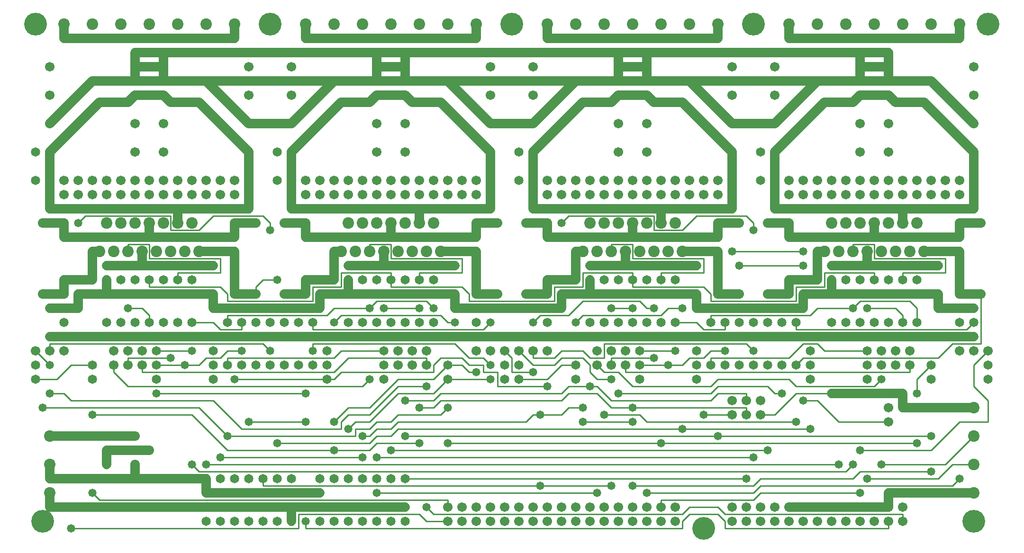
<source format=gbl>
%MOIN*%
%FSLAX25Y25*%
G04 D10 used for Character Trace; *
G04     Circle (OD=.01000) (No hole)*
G04 D11 used for Power Trace; *
G04     Circle (OD=.06700) (No hole)*
G04 D12 used for Signal Trace; *
G04     Circle (OD=.01100) (No hole)*
G04 D13 used for Via; *
G04     Circle (OD=.05800) (Round. Hole ID=.02800)*
G04 D14 used for Component hole; *
G04     Circle (OD=.06500) (Round. Hole ID=.03500)*
G04 D15 used for Component hole; *
G04     Circle (OD=.06700) (Round. Hole ID=.04300)*
G04 D16 used for Component hole; *
G04     Circle (OD=.08100) (Round. Hole ID=.05100)*
G04 D17 used for Component hole; *
G04     Circle (OD=.08900) (Round. Hole ID=.05900)*
G04 D18 used for Component hole; *
G04     Circle (OD=.11300) (Round. Hole ID=.08300)*
G04 D19 used for Component hole; *
G04     Circle (OD=.16000) (Round. Hole ID=.13000)*
G04 D20 used for Component hole; *
G04     Circle (OD=.18300) (Round. Hole ID=.15300)*
G04 D21 used for Component hole; *
G04     Circle (OD=.22291) (Round. Hole ID=.19291)*
%ADD10C,.01000*%
%ADD11C,.06700*%
%ADD12C,.01100*%
%ADD13C,.05800*%
%ADD14C,.06500*%
%ADD15C,.06700*%
%ADD16C,.08100*%
%ADD17C,.08900*%
%ADD18C,.11300*%
%ADD19C,.16000*%
%ADD20C,.18300*%
%ADD21C,.22291*%
%IPPOS*%
%LPD*%
G90*X0Y0D02*D19*X15000Y20000D03*D11*              
X20000Y30000D02*X40000D01*D13*D03*D11*X60000D01*  
D13*D03*D11*X90000D01*D15*D03*D11*X190000D01*     
Y20000D01*D14*D03*D12*X35000Y15000D02*X195000D01* 
D13*X35000D03*D11*X20000Y30000D02*Y40000D01*D16*  
D03*D11*Y50000D02*X80000D01*X90000D01*D15*D03*D11*
X130000D01*D14*D03*D11*Y40000D01*X210000D01*D13*  
D03*D14*X220000Y50000D03*X210000D03*D12*          
X195000Y15000D02*Y25000D01*D13*X200000Y20000D03*  
D12*Y15000D01*X465000D01*Y20000D01*               
X470000Y25000D01*X490000D01*X495000Y20000D01*     
Y15000D01*X610000D01*Y20000D01*D15*D03*           
X620000Y30000D03*X600000D03*D11*X590000D01*D15*   
D03*D11*X580000D01*D15*D03*D11*X570000D01*D15*D03*
D11*X560000D01*D15*D03*D11*X550000D01*D15*D03*D11*
X540000D01*D15*D03*X550000Y20000D03*X530000D03*   
Y30000D03*X540000Y20000D03*D12*X515000Y45000D02*  
X520000Y50000D01*X430000Y45000D02*X515000D01*D13* 
X430000D03*X440000Y40000D03*D12*X515000D01*       
X520000Y45000D01*X655000D01*X660000Y50000D01*D13* 
D03*D16*X670000Y40000D03*D11*X650000D01*D13*D03*  
D11*X610000D01*Y30000D01*D15*D03*D11*X600000D01*  
D13*X590000Y40000D03*D12*X520000D01*              
X515000Y35000D01*X450000D01*Y30000D01*D15*D03*    
X460000Y20000D03*X440000D03*X460000Y30000D03*     
X440000D03*X450000Y20000D03*D12*X290000Y25000D02* 
X465000D01*X290000D02*X285000Y30000D01*D13*D03*   
D12*Y20000D02*X280000Y25000D01*X285000Y20000D02*  
X300000D01*D15*D03*X310000Y30000D03*Y20000D03*    
X300000Y30000D03*D12*Y35000D01*X55000D01*         
X50000Y40000D01*D13*D03*D14*X60000Y60000D03*D11*  
Y70000D01*X90000D01*D15*D03*X80000Y80000D03*D11*  
X60000D01*D14*D03*D11*X20000D01*D16*D03*Y60000D03*
D11*Y50000D01*D13*X50000Y95000D03*D12*X120000D01* 
X145000Y70000D01*X220000D01*D13*D03*D12*          
X245000D01*X250000Y75000D01*X280000D01*D13*D03*   
X270000Y80000D03*D12*X490000D01*D13*D03*D12*      
X640000D01*D13*D03*D12*X590000Y70000D02*          
X640000D01*D13*X590000D03*X585000Y60000D03*D12*   
X580000Y55000D01*X125000D01*X120000Y60000D01*D13* 
D03*X130000D03*D12*X575000D01*D13*D03*D12*        
X520000Y50000D02*X585000D01*D13*X510000D03*D12*   
X270000D01*D14*D03*X260000D03*D13*                
X250000Y65000D03*D12*X515000D01*D13*D03*          
X525000Y70000D03*D12*X260000D01*D13*D03*D12*      
X245000Y75000D02*X250000Y80000D01*                
X180000Y75000D02*X245000D01*D13*X180000D03*       
X160000Y90000D03*D12*X200000D01*D13*D03*          
X220000D03*D12*X230000Y100000D01*X245000D01*      
X265000Y120000D01*X290000D01*X300000Y130000D01*   
D14*D03*D12*X310000D01*X315000Y125000D01*         
X320000D01*D13*D03*D12*X325000D02*Y130000D01*     
Y125000D02*X335000D01*Y115000D01*X370000D01*D13*  
D03*D12*X350000Y120000D02*X370000D01*D14*         
X350000D03*D12*X345000Y125000D02*X360000D01*D13*  
D03*D12*Y130000D02*X375000D01*X380000Y135000D01*  
X395000D01*X400000Y130000D01*Y125000D01*          
X405000Y120000D01*X415000D01*D13*D03*D12*         
X430000Y115000D02*X420000Y125000D01*              
X430000Y115000D02*X485000D01*X490000Y120000D01*   
X540000D01*X545000Y115000D01*X600000D01*          
X605000Y120000D01*D13*D03*D15*X615000Y130000D03*  
D14*X595000D03*D15*X605000D03*D14*                
X595000Y120000D03*D15*X610000Y110000D03*D11*      
X570000D01*D13*D03*D12*X545000D01*                
X530000Y95000D01*X520000D01*D15*D03*              
X510000Y105000D03*D12*Y110000D01*X490000D01*      
X485000Y105000D01*X415000D01*X405000Y115000D01*   
X400000D01*D13*D03*D12*X385000D01*                
X380000Y110000D01*X295000D01*X290000Y105000D01*   
X270000D01*D13*D03*D12*X245000Y90000D02*          
X265000Y110000D01*X235000Y90000D02*X245000D01*    
X230000Y85000D02*X235000Y90000D01*D13*            
X230000Y85000D03*D12*X145000Y80000D02*X235000D01* 
D13*X145000D03*D12*X125000Y100000D01*X15000D01*   
D13*D03*X20000Y110000D03*D12*X30000D01*           
X35000Y105000D01*X135000D01*X155000Y85000D01*     
X225000D01*Y90000D01*X230000Y95000D01*X245000D01* 
X265000Y115000D01*X285000D01*D13*D03*D12*         
X265000Y110000D02*X290000D01*D14*                 
X255000Y120000D03*D13*X280000Y100000D03*D12*      
X290000D01*X295000Y105000D01*X380000D01*          
X385000Y110000D01*X405000D01*X415000Y100000D01*   
X430000D01*D13*D03*D12*X510000D01*Y95000D01*D15*  
D03*X520000Y105000D03*X500000D03*Y95000D03*D12*   
X480000D01*D13*D03*D12*X420000Y110000D02*         
X485000D01*D13*X420000D03*D12*X440000Y90000D02*   
X435000Y95000D01*X440000Y90000D02*X545000D01*D13* 
D03*X555000Y85000D03*D12*X465000D01*D13*D03*D12*  
X265000D01*X260000Y80000D01*X250000D01*           
X235000Y85000D02*X245000D01*X235000Y80000D02*     
Y85000D01*D13*X240000Y80000D03*D12*X245000D01*    
X250000Y85000D01*X260000D01*X265000Y90000D01*     
X355000D01*X360000Y95000D01*X365000D01*D13*D03*   
D12*X380000D01*X385000Y100000D01*X395000D01*D13*  
D03*Y90000D03*D12*X430000D01*D13*D03*D12*         
X410000Y95000D02*X435000D01*D13*X410000D03*D14*   
X435000Y120000D03*X390000D03*D12*                 
X425000Y125000D02*X625000D01*Y130000D01*D15*D03*  
X615000Y140000D03*X625000D03*D12*                 
X630000Y110000D02*Y120000D01*D13*Y110000D03*D14*  
X640000Y120000D03*D11*X620000Y100000D02*          
X670000D01*D16*D03*D12*X660000Y90000D02*          
X680000D01*X640000Y70000D02*X660000Y90000D01*     
X605000Y60000D02*X650000D01*D13*X605000D03*       
X595000Y50000D03*D12*X645000D01*X655000Y60000D01* 
X670000D01*D16*D03*Y80000D03*D12*X650000Y60000D01*
D13*X640000Y55000D03*D12*X590000D01*              
X585000Y50000D01*D15*X560000Y20000D03*X570000D03* 
X580000D03*X590000D03*X600000D03*X620000D03*D12*  
Y25000D01*X495000D01*X490000Y30000D01*X470000D01* 
X465000Y25000D01*D19*X480000Y15000D03*D15*        
X500000Y20000D03*X430000Y30000D03*X500000D03*     
X430000Y20000D03*X510000D03*X420000Y30000D03*     
X510000D03*X420000Y20000D03*D13*X415000Y45000D03* 
D12*X365000D01*D13*D03*D12*X170000D01*Y50000D01*  
D14*D03*X180000D03*X160000D03*D11*                
X190000Y30000D02*X270000D01*D13*D03*D14*          
X260000Y20000D03*D12*X195000Y25000D02*X280000D01* 
D14*X210000Y20000D03*X180000D03*X220000D03*       
X190000Y50000D03*X170000Y20000D03*X230000D03*     
X160000D03*X230000Y50000D03*X150000D03*           
X240000Y20000D03*X150000D03*X240000Y50000D03*D13* 
Y65000D03*D12*X140000D01*D13*D03*D14*Y50000D03*   
D13*X95000Y110000D03*D12*X200000D01*D13*D03*D14*  
X215000Y120000D03*D12*X150000D01*D13*D03*D14*     
X155000Y130000D03*X145000D03*D12*Y135000D01*      
X220000D01*X225000Y140000D01*X255000D01*D14*D03*  
D15*X265000Y130000D03*D13*X260000Y150000D03*D11*  
X230000D01*D13*D03*D11*X215000D01*D13*D03*D11*    
X165000D01*D13*D03*D11*X130000D01*D13*D03*D11*    
X60000D01*D13*D03*D11*X20000D01*D14*D03*D12*      
Y140000D02*Y145000D01*D15*Y140000D03*D12*         
Y145000D02*X170000D01*X175000Y140000D01*D13*D03*  
D14*X185000Y130000D03*X165000D03*X175000D03*      
X195000Y160000D03*X155000D03*D12*Y155000D01*      
X140000D01*X135000Y160000D01*X120000D01*D14*D03*  
X110000D03*D11*X135000Y170000D02*X165000D01*D13*  
D03*D11*X210000D01*Y180000D01*D13*D03*D11*        
X230000D01*X305000D01*D14*D03*D11*Y170000D01*     
X330000D01*D14*D03*D11*X360000D01*D14*D03*D11*    
X380000D01*Y180000D01*D13*D03*D11*X400000D01*     
X475000D01*D14*D03*D11*Y170000D01*X505000D01*D13* 
D03*D11*X525000D01*D13*D03*D11*X550000D01*        
Y180000D01*D13*D03*D11*X570000D01*X645000D01*D14* 
D03*D11*Y170000D01*X650000D01*D13*D03*D11*        
X670000D01*D14*D03*D15*X660000Y180000D03*D11*     
X675000D01*D15*D03*D12*Y145000D01*X655000D01*     
X645000Y135000D01*X550000D01*X545000Y130000D01*   
D14*D03*D12*X485000Y135000D02*X540000D01*         
X485000Y130000D02*Y135000D01*D14*Y130000D03*D12*  
X470000Y135000D02*X480000D01*X465000Y130000D02*   
X470000Y135000D01*X455000Y130000D02*X465000D01*   
D13*X455000D03*D12*X435000D01*D14*D03*D15*        
X425000Y140000D03*D14*X435000D03*D12*X460000D01*  
D13*D03*D14*X475000Y130000D03*Y140000D03*D13*     
X445000Y135000D03*D12*X415000D01*Y130000D01*D15*  
D03*D12*X410000Y125000D02*X420000D01*X410000D02*  
X405000Y130000D01*D15*D03*D12*X400000Y135000D02*  
X410000D01*X400000D02*X395000Y140000D01*          
X380000D01*X375000Y135000D01*X360000D01*          
Y140000D01*D15*D03*D14*X350000Y130000D03*D15*     
X370000Y140000D03*D14*X360000Y150000D03*D11*      
X330000D01*D14*D03*D11*X260000D01*D14*            
X270000Y160000D03*X250000D03*X260000D03*D15*      
X265000Y140000D03*X275000D03*D13*                 
X280000Y170000D03*D12*X255000D01*D13*D03*D12*     
X245000D02*X250000Y175000D01*D13*                 
X245000Y170000D03*D12*X220000D01*                 
X215000Y165000D01*X145000D01*Y160000D01*D14*D03*  
D11*X135000Y170000D02*Y180000D01*D14*D03*D11*     
X60000D01*X40000D01*D13*D03*D11*Y170000D01*       
X20000D01*D14*D03*X30000Y160000D03*D15*Y180000D03*
D11*X15000D01*D15*D03*D11*X30000D02*Y190000D01*   
X50000D01*Y210000D01*X55000D01*D16*D03*X65000D03* 
D13*X60000Y200000D03*D11*X85000D01*X135000D01*D14*
D03*D12*X110000Y195000D02*X140000D01*             
X110000Y190000D02*Y195000D01*D14*Y190000D03*      
X120000D03*X100000D03*D16*X125000Y210000D03*D11*  
X150000D01*Y180000D01*D15*D03*D11*X165000D01*D15* 
D03*D12*Y185000D01*X170000Y190000D01*X180000D01*  
D13*D03*D15*X185000Y180000D03*D11*X200000D01*D15* 
D03*D11*Y190000D01*X220000D01*Y210000D01*         
X225000D01*D16*D03*X235000D03*D13*                
X230000Y200000D03*D11*X255000D01*X305000D01*D14*  
D03*D12*X280000Y195000D02*X310000D01*             
X280000Y190000D02*Y195000D01*D14*Y190000D03*      
X290000D03*X270000D03*D12*X290000Y170000D02*      
X285000Y175000D01*D13*X290000Y170000D03*D12*      
X300000Y160000D02*X295000Y165000D01*              
X300000Y160000D02*X305000D01*D13*D03*D12*         
X225000Y165000D02*X295000D01*X220000Y160000D02*   
X225000Y165000D01*D13*X220000Y160000D03*D14*      
X230000D03*D12*X145000Y175000D02*X205000D01*      
X145000D02*Y180000D01*X140000Y185000D01*X90000D01*
Y190000D01*D14*D03*X80000D03*D11*X85000Y200000D02*
Y210000D01*D16*D03*D12*X90000Y205000D02*          
X140000D01*Y195000D01*D16*X115000Y210000D03*D11*  
X90000Y220000D02*X150000D01*X30000D02*X90000D01*  
X30000D02*Y230000D01*D15*D03*D11*X15000D01*D15*   
D03*D11*X20000Y240000D02*X110000D01*Y230000D01*   
D16*D03*D12*X105000Y225000D02*Y235000D01*         
Y225000D02*X125000D01*X135000Y235000D01*          
X170000D01*X175000Y230000D01*Y225000D01*D13*D03*  
D15*X165000Y230000D03*D11*X150000D01*D15*D03*D11* 
Y220000D01*X110000Y240000D02*X160000D01*D12*      
X45000Y235000D02*X105000D01*X40000Y230000D02*     
X45000Y235000D01*D13*X40000Y230000D03*D15*        
X60000Y250000D03*X50000D03*D11*X20000Y240000D02*  
Y280000D01*D15*D03*D11*X55000Y315000D01*D13*D03*  
D11*X75000D01*X80000Y320000D01*D15*D03*D11*       
X100000D01*D15*D03*D11*X105000Y315000D01*         
X125000D01*D13*D03*D11*X160000Y280000D01*D15*D03* 
D11*Y240000D01*D15*X150000Y250000D03*D14*         
X180000Y260000D03*D15*X140000D03*Y250000D03*      
X150000Y260000D03*X185000Y230000D03*D11*          
X200000D01*D15*D03*D11*Y220000D01*X260000D01*     
X320000D01*Y230000D01*D15*D03*D11*X335000D01*D15* 
D03*D11*X280000Y240000D02*X330000D01*             
X280000Y230000D02*Y240000D01*D16*Y230000D03*      
X290000D03*D11*X190000Y240000D02*X280000D01*      
X190000D02*Y280000D01*D15*D03*D11*                
X225000Y315000D01*D13*D03*D11*X245000D01*         
X250000Y320000D01*D15*D03*D11*X270000D01*D15*D03* 
D11*X275000Y315000D01*X295000D01*D13*D03*D11*     
X330000Y280000D01*D15*D03*D11*Y240000D01*D15*     
X320000Y250000D03*D14*X350000Y260000D03*D15*      
X310000D03*Y250000D03*X320000Y260000D03*          
X355000Y230000D03*D11*X370000D01*D15*D03*D11*     
Y220000D01*X430000D01*X490000D01*Y230000D01*D15*  
D03*D11*X505000D01*D15*D03*D12*X515000D02*        
X510000Y235000D01*X515000Y225000D02*Y230000D01*   
D13*Y225000D03*D15*X525000Y230000D03*D11*         
X540000D01*D15*D03*D11*Y220000D01*X600000D01*     
X660000D01*Y230000D01*D15*D03*D11*X675000D01*D15* 
D03*D11*X620000Y240000D02*X670000D01*             
X620000Y230000D02*Y240000D01*D16*Y230000D03*      
X630000D03*D11*X530000Y240000D02*X620000D01*      
X530000D02*Y280000D01*D15*D03*D11*                
X565000Y315000D01*D13*D03*D11*X585000D01*         
X590000Y320000D01*D15*D03*D11*X610000D01*D15*D03* 
D11*X615000Y315000D01*X635000D01*D13*D03*D11*     
X670000Y280000D01*D15*D03*D11*Y240000D01*D15*     
X660000Y250000D03*X650000Y260000D03*Y250000D03*   
X660000Y260000D03*X640000D03*Y250000D03*D11*      
X660000Y180000D02*Y210000D01*D12*                 
X620000Y195000D02*X650000D01*X620000Y190000D02*   
Y195000D01*D14*Y190000D03*X630000D03*X610000D03*  
D12*X630000Y170000D02*X625000Y175000D01*          
X630000Y160000D02*Y170000D01*D14*Y160000D03*D12*  
X620000D02*Y165000D01*D14*Y160000D03*D12*         
Y165000D02*X615000Y170000D01*X595000D01*D13*D03*  
D12*X585000D02*X590000Y175000D01*D13*             
X585000Y170000D03*D12*X560000D01*                 
X555000Y165000D01*X485000D01*Y160000D01*D14*D03*  
D12*X480000Y155000D02*X495000D01*Y160000D01*D14*  
D03*D13*X505000Y150000D03*D11*X475000D01*D13*D03* 
D11*X400000D01*D13*D03*D11*X390000D01*D13*D03*D11*
X360000D01*D14*X370000Y160000D03*D15*             
X350000Y140000D03*D12*X360000Y130000D01*          
X370000Y120000D02*X380000Y130000D01*X390000D01*   
D14*D03*D15*X405000Y140000D03*D12*                
X410000Y135000D02*Y145000D01*X510000D01*          
X515000Y140000D01*D13*D03*D14*X525000Y130000D03*  
D11*X505000Y150000D02*X555000D01*D13*D03*D11*     
X570000D01*D13*D03*D11*X600000D01*D13*D03*D11*    
X670000D01*D14*D03*D12*X545000Y155000D02*         
X665000D01*X545000D02*Y160000D01*D14*D03*         
X535000D03*D12*X565000Y140000D02*                 
X560000Y145000D01*X565000Y140000D02*X595000D01*   
D14*D03*D15*X605000D03*D14*X610000Y160000D03*     
X600000D03*X590000D03*X580000D03*X570000D03*D11*  
X610000Y110000D02*X620000D01*D13*D03*D11*         
Y100000D01*D15*X610000Y90000D03*D12*X575000D01*   
X560000Y105000D01*X550000D01*D13*D03*D14*         
X555000Y120000D03*D13*X535000Y110000D03*D12*      
X530000D01*X525000Y115000D01*X490000D01*          
X485000Y110000D01*D14*X475000Y120000D03*          
X505000Y130000D03*X495000D03*D12*                 
X480000Y135000D02*X485000Y140000D01*X495000D01*   
D13*D03*D12*X480000Y155000D02*X475000Y160000D01*  
X460000D01*D14*D03*D13*X465000Y170000D03*D12*     
X455000D01*X450000Y165000D01*X395000D01*          
X390000Y160000D01*D13*D03*D12*X365000Y165000D02*  
X385000D01*X360000Y160000D02*X365000Y165000D01*   
D13*X360000Y160000D03*D12*X315000Y175000D02*      
X375000D01*X315000D02*Y180000D01*                 
X310000Y185000D01*X260000D01*Y190000D01*D14*D03*  
D12*Y195000D01*X225000D01*Y185000D01*X205000D01*  
Y175000D01*D14*Y160000D03*D12*Y155000D01*         
X325000D01*X330000Y160000D01*D13*D03*D14*         
X320000D03*D15*Y140000D03*X335000Y180000D03*D11*  
X320000D01*D15*D03*D11*Y210000D01*X295000D01*D16* 
D03*X285000D03*D12*X310000Y195000D02*Y205000D01*  
X260000D01*Y215000D01*X245000D01*Y210000D01*D16*  
D03*D11*X255000Y200000D02*Y210000D01*D16*D03*D11* 
X260000Y220000D02*Y230000D01*D16*D03*X270000D03*  
X250000D03*D15*X280000Y250000D03*X240000D03*      
X270000D03*X260000D03*D16*X240000Y230000D03*      
X265000Y210000D03*D15*X250000Y250000D03*D16*      
X275000Y210000D03*D15*X290000Y260000D03*          
X230000D03*X280000D03*X230000Y250000D03*          
X270000Y260000D03*X260000D03*D16*                 
X230000Y230000D03*D15*X250000Y260000D03*          
X290000Y250000D03*X240000Y260000D03*X220000D03*   
D14*X230000Y190000D03*D11*Y180000D01*D14*         
X240000Y190000D03*D12*X250000Y175000D02*          
X285000D01*D14*X280000Y160000D03*X290000D03*D12*  
X315000Y135000D02*X305000Y145000D01*              
X315000Y135000D02*X325000D01*X330000Y130000D01*   
D13*D03*D12*X315000D02*X325000D01*X315000D02*     
X310000Y135000D01*X295000D01*X290000Y130000D01*   
Y125000D01*X225000D01*X220000Y120000D01*          
X215000D01*X85000Y125000D02*X220000D01*X85000D02* 
Y130000D01*D15*D03*D14*X95000Y120000D03*          
Y140000D03*D12*X120000D01*D13*D03*D12*            
X125000Y130000D02*X130000Y135000D01*              
X115000Y130000D02*X125000D01*D13*X115000D03*D12*  
X95000D01*D14*D03*D15*X85000Y140000D03*D13*       
X105000Y135000D03*D12*X75000D01*Y130000D01*D15*   
D03*X65000Y140000D03*X75000D03*X65000Y130000D03*  
D12*Y125000D01*X75000Y115000D01*X240000D01*       
X245000Y120000D01*D13*D03*D14*X255000Y130000D03*  
D12*X220000Y125000D02*X230000Y135000D01*D14*      
X215000Y130000D03*D12*X230000Y135000D02*          
X285000D01*Y130000D01*D15*D03*Y140000D03*         
X275000Y130000D03*D14*X300000Y120000D03*D12*      
X290000Y110000D01*D13*X300000Y100000D03*D12*      
X295000Y95000D01*X265000D01*X260000Y90000D01*     
X250000D01*X245000Y85000D01*D14*X250000Y50000D03* 
D13*Y40000D03*D12*X405000D01*D13*D03*D15*         
X400000Y30000D03*X410000D03*X390000D03*Y20000D03* 
X400000D03*X410000D03*X380000Y30000D03*Y20000D03* 
X370000Y30000D03*Y20000D03*X360000Y30000D03*      
Y20000D03*D13*X450000Y75000D03*D12*X300000D01*D13*
D03*D14*X340000Y120000D03*D13*X330000D03*D12*     
X300000D01*X205000Y145000D02*X305000D01*          
X205000Y140000D02*Y145000D01*D13*Y140000D03*D14*  
X195000Y130000D03*X215000Y140000D03*              
X205000Y130000D03*X185000Y160000D03*X175000D03*   
X240000D03*X165000D03*X250000Y190000D03*D13*      
X155000Y140000D03*D12*X145000D01*                 
X140000Y135000D01*X130000D01*D14*                 
X135000Y130000D03*Y140000D03*Y120000D03*          
X100000Y160000D03*D12*X90000D02*Y165000D01*D14*   
Y160000D03*D12*Y165000D02*X85000Y170000D01*       
X75000D01*D13*D03*D14*X70000Y160000D03*X80000D03* 
D11*X60000Y180000D02*Y190000D01*D14*D03*X70000D03*
D16*X75000Y210000D03*D12*Y215000D01*X90000D01*    
Y205000D01*D16*X95000Y210000D03*D11*              
X90000Y220000D02*Y230000D01*D16*D03*X100000D03*   
X80000D03*D15*X110000Y250000D03*X70000D03*        
X100000D03*X90000D03*D16*X70000Y230000D03*D15*    
X80000Y250000D03*D16*X105000Y210000D03*D15*       
X120000Y260000D03*X60000D03*X110000D03*X100000D03*
D16*X120000Y230000D03*D15*X90000Y260000D03*D16*   
X60000Y230000D03*D15*X80000Y260000D03*            
X120000Y250000D03*X70000Y260000D03*X50000D03*     
X130000Y250000D03*Y260000D03*X40000D03*Y250000D03*
X100000Y280000D03*X80000D03*X30000Y260000D03*     
Y250000D03*X160000Y300000D03*D11*X190000D01*D15*  
D03*D11*X220000Y330000D01*X130000D01*             
X160000Y300000D01*D14*X180000Y280000D03*D15*      
X160000Y320000D03*D11*X100000Y330000D02*          
X130000D01*X80000D02*X100000D01*X50000D02*        
X80000D01*X20000Y300000D02*X50000Y330000D01*D15*  
X20000Y300000D03*D14*X10000Y280000D03*D15*        
X20000Y320000D03*D14*X10000Y260000D03*D15*        
X20000Y340000D03*D13*X55000Y360000D03*D11*        
X30000D01*Y370000D01*D16*D03*X50000D03*D19*       
X10000D03*D11*X55000Y360000D02*X125000D01*D13*D03*
D11*X150000D01*Y370000D01*D16*D03*X130000D03*D19* 
X175000D03*D15*X160000Y340000D03*X190000D03*D16*  
X110000Y370000D03*D11*X200000Y360000D02*          
X225000D01*D13*D03*D11*X295000D01*D13*D03*D11*    
X320000D01*Y370000D01*D16*D03*X300000D03*D19*     
X345000D03*D15*X330000Y340000D03*X360000D03*D11*  
X330000Y300000D02*X300000Y330000D01*D15*          
X330000Y300000D03*D11*X360000D01*D15*D03*D11*     
X390000Y330000D01*X300000D01*X270000D01*          
X250000D01*X220000D01*D15*X250000Y300000D03*D11*  
Y330000D02*Y340000D01*D15*D03*D11*X270000D01*D15* 
D03*D11*Y330000D01*Y340000D02*Y350000D01*         
X250000D01*Y340000D01*X100000Y350000D02*          
X250000D01*X100000Y340000D02*Y350000D01*D15*      
Y340000D03*D11*Y330000D01*X80000Y340000D02*       
X100000D01*D15*X80000D03*D11*Y330000D01*          
Y340000D02*Y350000D01*X100000D01*D16*             
X90000Y370000D03*X70000D03*D15*X80000Y300000D03*  
X100000D03*X190000Y320000D03*X200000Y250000D03*   
Y260000D03*D11*Y360000D02*Y370000D01*D16*D03*     
X220000D03*X240000D03*X260000D03*D15*             
X270000Y300000D03*D11*Y350000D02*X420000D01*      
Y340000D01*D15*D03*D11*Y330000D01*X390000D01*D13* 
X395000Y315000D03*D11*X360000Y280000D01*D15*D03*  
D11*Y240000D01*X450000D01*Y230000D01*D16*D03*D12* 
X445000Y225000D02*Y235000D01*Y225000D02*          
X465000D01*X475000Y235000D01*X510000D01*D11*      
X450000Y240000D02*X500000D01*D12*                 
X385000Y235000D02*X445000D01*X380000Y230000D02*   
X385000Y235000D01*D13*X380000Y230000D03*D15*      
X400000Y250000D03*X390000D03*D16*                 
X400000Y230000D03*D15*X380000Y250000D03*          
X370000D03*D11*X390000Y190000D02*Y210000D01*      
X370000Y190000D02*X390000D01*X370000Y180000D02*   
Y190000D01*D15*Y180000D03*D11*X355000D01*D15*D03* 
D12*X375000Y175000D02*Y185000D01*X395000D01*      
Y195000D01*X430000D01*Y190000D01*D14*D03*D12*     
Y185000D01*X480000D01*X485000Y180000D01*          
Y175000D01*X545000D01*Y185000D01*X565000D01*      
Y195000D01*X600000D01*Y190000D01*D14*D03*         
X590000D03*D11*X570000Y200000D02*X595000D01*D13*  
X570000D03*D14*X580000Y190000D03*D11*X560000D02*  
Y210000D01*X540000Y190000D02*X560000D01*          
X540000Y180000D02*Y190000D01*D15*Y180000D03*D11*  
X525000D01*D15*D03*D13*X505000Y200000D03*D12*     
X550000D01*D13*D03*D11*X560000Y210000D02*         
X565000D01*D16*D03*X575000D03*D13*X550000D03*D12* 
X500000D01*D13*D03*D11*X490000Y180000D02*         
Y210000D01*D15*Y180000D03*D11*X505000D01*D15*D03* 
D14*X525000Y160000D03*X505000D03*X515000D03*D12*  
X480000Y195000D02*Y205000D01*X450000Y195000D02*   
X480000D01*X450000Y190000D02*Y195000D01*D14*      
Y190000D03*X460000D03*X440000D03*D12*Y170000D02*  
X435000Y175000D01*X440000Y170000D02*X445000D01*   
D13*D03*D12*X395000Y175000D02*X435000D01*         
X385000Y165000D02*X395000Y175000D01*D11*          
X400000Y180000D02*Y190000D01*D14*D03*X410000D03*  
D13*X400000Y200000D03*D11*X425000D01*X475000D01*  
D14*D03*D12*X430000Y205000D02*X480000D01*         
X430000D02*Y215000D01*X415000D01*Y210000D01*D16*  
D03*D11*X425000Y200000D02*Y210000D01*D16*D03*D11* 
X430000Y220000D02*Y230000D01*D16*D03*X440000D03*  
X420000D03*D15*X450000Y250000D03*X410000D03*      
X440000D03*X430000D03*D16*X410000Y230000D03*      
X435000Y210000D03*D15*X420000Y250000D03*D16*      
X445000Y210000D03*X455000D03*X405000D03*D15*      
X460000Y260000D03*X400000D03*X450000D03*          
X440000D03*D16*X460000Y230000D03*D15*             
X430000Y260000D03*X420000D03*X460000Y250000D03*   
X410000Y260000D03*D16*X465000Y210000D03*D11*      
X490000D01*X500000Y240000D02*Y280000D01*D15*D03*  
D11*X465000Y315000D01*D13*D03*D11*X445000D01*     
X440000Y320000D01*D15*D03*D11*X420000D01*D15*D03* 
D11*X415000Y315000D01*X395000D01*                 
X420000Y340000D02*X440000D01*D15*D03*D11*         
Y330000D01*X420000D01*X440000Y340000D02*          
Y350000D01*X420000D01*X440000Y330000D02*          
X470000D01*X500000Y300000D01*D15*D03*D11*         
X530000D01*D15*D03*D11*X560000Y330000D01*         
X470000D01*D15*X440000Y300000D03*D11*             
X465000Y360000D02*X490000D01*D13*X465000D03*D11*  
X395000D01*D13*D03*D11*X370000D01*Y370000D01*D16* 
D03*X390000D03*X410000D03*D15*X330000Y320000D03*  
X360000D03*D16*X430000Y370000D03*D11*             
X440000Y350000D02*X590000D01*Y340000D01*D15*D03*  
D11*Y330000D01*X560000D01*D15*X590000Y300000D03*  
X530000Y340000D03*D13*X565000Y360000D03*D11*      
X540000D01*Y370000D01*D16*D03*X560000D03*D11*     
X565000Y360000D02*X635000D01*D13*D03*D11*         
X660000D01*Y370000D01*D16*D03*D19*X680000D03*D16* 
X640000D03*D15*X670000Y340000D03*D11*Y300000D02*  
X640000Y330000D01*D15*X670000Y300000D03*          
Y320000D03*D11*X610000Y330000D02*X640000D01*      
X590000D02*X610000D01*X590000Y340000D02*          
X610000D01*D15*D03*D11*Y330000D01*Y340000D02*     
Y350000D01*X590000D01*D16*X600000Y370000D03*      
X580000D03*X620000D03*D15*X610000Y300000D03*      
X530000Y320000D03*D14*X520000Y280000D03*D15*      
X590000D03*X610000D03*D19*X515000Y370000D03*D14*  
X520000Y260000D03*D15*X540000D03*X550000D03*      
X560000D03*X570000D03*X580000D03*X590000D03*      
X500000Y340000D03*X600000Y260000D03*X610000D03*   
X500000Y320000D03*X620000Y260000D03*X630000D03*   
X490000Y250000D03*X540000D03*X550000D03*          
X560000D03*D16*X490000Y370000D03*D11*Y360000D01*  
D16*X470000Y370000D03*X450000D03*D15*             
X420000Y300000D03*Y280000D03*X440000D03*          
X390000Y260000D03*X470000D03*X480000D03*          
X490000D03*X600000Y250000D03*X470000D03*          
X480000D03*X570000D03*X580000D03*                 
X380000Y260000D03*X590000Y250000D03*X610000D03*   
X370000Y260000D03*X620000Y250000D03*D16*          
X570000Y230000D03*X580000D03*X590000D03*          
X600000D03*D11*Y220000D01*D12*Y205000D02*         
Y215000D01*Y205000D02*X650000D01*Y195000D01*D14*  
X645000Y200000D03*D11*X595000D01*Y210000D01*D16*  
D03*D12*X585000Y215000D02*X600000D01*             
X585000Y210000D02*Y215000D01*D16*Y210000D03*D14*  
X570000Y190000D03*D11*Y180000D01*D12*             
X590000Y175000D02*X625000D01*D15*                 
X660000Y140000D03*D11*X635000Y210000D02*          
X660000D01*D16*X635000D03*X625000D03*X615000D03*  
X610000Y230000D03*X605000Y210000D03*D15*          
X630000Y250000D03*D14*X660000Y160000D03*          
X670000D03*D12*X665000Y155000D01*D15*             
X680000Y140000D03*D12*X670000Y130000D01*          
Y115000D01*X680000Y105000D01*Y90000D01*D14*       
Y120000D03*X640000Y130000D03*D12*                 
X630000Y120000D01*D15*X610000Y100000D03*          
X670000Y140000D03*D13*X630000Y75000D03*D12*       
X450000D01*X425000Y125000D02*Y130000D01*D15*D03*  
X415000Y140000D03*D14*X450000Y160000D03*          
X440000D03*X430000D03*X420000D03*X410000D03*      
X400000D03*D13*X430000Y170000D03*D12*X415000D01*  
D13*D03*D14*X420000Y190000D03*D16*                
X395000Y210000D03*D11*X390000D01*D15*             
X330000Y140000D03*X340000D03*D12*                 
X345000Y135000D01*Y125000D01*D14*                 
X340000Y130000D03*D15*X320000Y30000D03*X330000D03*
X340000D03*X350000D03*D14*X250000Y20000D03*       
X270000D03*D15*X320000D03*X330000D03*X340000D03*  
X350000D03*X220000Y250000D03*X300000D03*          
X210000Y260000D03*Y250000D03*X300000Y260000D03*   
D14*X350000Y280000D03*D15*X270000D03*X250000D03*  
D14*X515000Y130000D03*D15*X520000Y20000D03*       
Y30000D03*D14*X535000Y130000D03*D12*              
X540000Y135000D02*X550000Y145000D01*X560000D01*   
D14*X555000Y140000D03*Y130000D03*X680000D03*D19*  
X670000Y20000D03*D16*X280000Y370000D03*D14*       
X140000Y20000D03*X130000D03*D15*X80000Y60000D03*  
D11*Y50000D01*D14*X10000Y120000D03*D12*X25000D01* 
X35000Y130000D01*X50000D01*D14*D03*Y120000D03*D15*
X30000Y140000D03*D14*X60000Y160000D03*D13*        
X20000Y130000D03*D12*X10000Y140000D01*D15*D03*D14*
Y130000D03*M02*                                   

</source>
